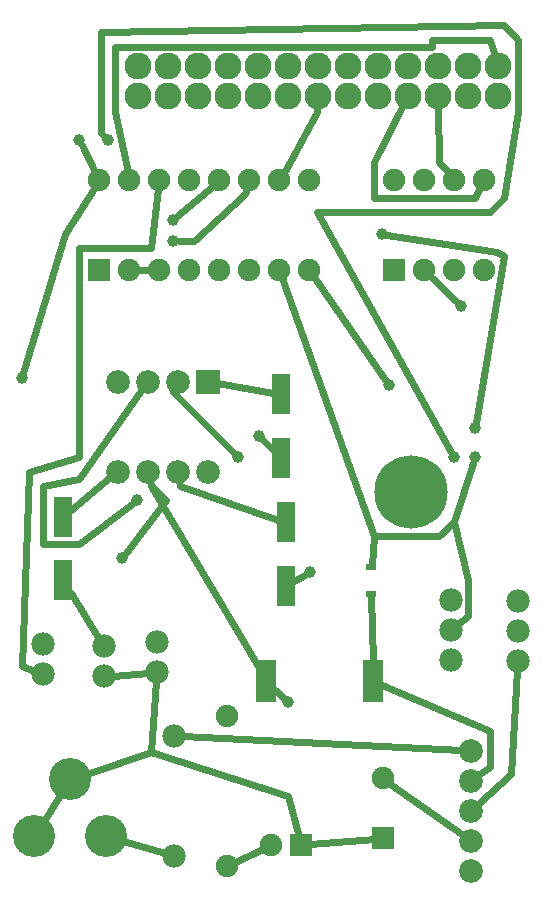
<source format=gtl>
G04 MADE WITH FRITZING*
G04 WWW.FRITZING.ORG*
G04 DOUBLE SIDED*
G04 HOLES PLATED*
G04 CONTOUR ON CENTER OF CONTOUR VECTOR*
%ASAXBY*%
%FSLAX23Y23*%
%MOIN*%
%OFA0B0*%
%SFA1.0B1.0*%
%ADD10C,0.079370*%
%ADD11C,0.039370*%
%ADD12C,0.244094*%
%ADD13C,0.140000*%
%ADD14C,0.075000*%
%ADD15C,0.078000*%
%ADD16C,0.089639*%
%ADD17C,0.089583*%
%ADD18R,0.062992X0.137795*%
%ADD19R,0.070866X0.141732*%
%ADD20R,0.079370X0.079370*%
%ADD21R,0.032677X0.024803*%
%ADD22R,0.075000X0.075000*%
%ADD23C,0.024000*%
%LNCOPPER1*%
G90*
G70*
G54D10*
X680Y1705D03*
X680Y1405D03*
X580Y1705D03*
X580Y1405D03*
X480Y1705D03*
X480Y1405D03*
X380Y1705D03*
X380Y1405D03*
G54D11*
X852Y1525D03*
X1524Y1957D03*
X444Y1309D03*
X780Y1453D03*
X1020Y1069D03*
X1284Y1693D03*
X564Y2173D03*
X1500Y1453D03*
X348Y2509D03*
X1260Y2197D03*
X1572Y1549D03*
X948Y637D03*
X60Y1717D03*
X396Y1117D03*
X252Y2509D03*
X564Y2245D03*
X1572Y1453D03*
G54D12*
X1358Y1336D03*
G54D10*
X1557Y475D03*
X1557Y375D03*
X1557Y275D03*
X1557Y175D03*
X1557Y75D03*
G54D13*
X341Y189D03*
X101Y189D03*
X221Y379D03*
X341Y189D03*
X101Y189D03*
X221Y379D03*
G54D14*
X992Y159D03*
X892Y159D03*
X1266Y182D03*
X1266Y382D03*
G54D15*
X567Y524D03*
X567Y124D03*
X567Y524D03*
X567Y124D03*
G54D14*
X319Y2076D03*
X319Y2376D03*
X419Y2076D03*
X419Y2376D03*
X519Y2076D03*
X519Y2376D03*
X619Y2076D03*
X619Y2376D03*
X719Y2076D03*
X719Y2376D03*
X819Y2076D03*
X819Y2376D03*
X919Y2076D03*
X919Y2376D03*
X1019Y2076D03*
X1019Y2376D03*
X744Y91D03*
X744Y591D03*
G54D15*
X130Y830D03*
X130Y730D03*
X333Y822D03*
X333Y722D03*
X510Y837D03*
X510Y737D03*
X1490Y977D03*
X1490Y877D03*
X1490Y777D03*
X1713Y773D03*
X1713Y873D03*
X1713Y973D03*
G54D16*
X448Y2757D03*
G54D17*
X548Y2757D03*
X648Y2757D03*
X748Y2757D03*
X848Y2757D03*
X948Y2757D03*
X1048Y2757D03*
X1148Y2757D03*
X1248Y2757D03*
X1348Y2757D03*
X1448Y2757D03*
X1548Y2757D03*
X1648Y2757D03*
X448Y2657D03*
X547Y2657D03*
X648Y2657D03*
X748Y2657D03*
X848Y2657D03*
X948Y2657D03*
X1048Y2657D03*
X1148Y2657D03*
X1248Y2657D03*
X1348Y2657D03*
X1448Y2657D03*
X1548Y2657D03*
X1648Y2657D03*
G54D14*
X1301Y2078D03*
X1301Y2378D03*
X1401Y2078D03*
X1401Y2378D03*
X1501Y2078D03*
X1501Y2378D03*
X1601Y2078D03*
X1601Y2378D03*
G54D18*
X923Y1662D03*
X923Y1450D03*
X942Y1236D03*
X942Y1024D03*
X197Y1255D03*
X197Y1042D03*
G54D19*
X876Y707D03*
X1231Y707D03*
G54D20*
X680Y1705D03*
G54D21*
X1226Y1088D03*
X1226Y997D03*
G54D22*
X992Y159D03*
X1266Y182D03*
X319Y2076D03*
X1301Y2078D03*
G54D23*
X188Y327D02*
X133Y240D01*
D02*
X223Y1276D02*
X356Y1386D01*
D02*
X897Y1667D02*
X710Y1700D01*
D02*
X865Y1511D02*
X897Y1477D01*
D02*
X317Y848D02*
X223Y1000D01*
D02*
X866Y147D02*
X770Y103D01*
D02*
X399Y172D02*
X538Y132D01*
D02*
X916Y1245D02*
X588Y1357D01*
D02*
X1526Y477D02*
X598Y522D01*
D02*
X1452Y2437D02*
X1483Y2400D01*
D02*
X1448Y2622D02*
X1452Y2437D01*
D02*
X588Y1357D02*
X585Y1375D01*
D02*
X1226Y991D02*
X1230Y773D01*
D02*
X1044Y2605D02*
X1045Y2622D01*
D02*
X933Y2401D02*
X1044Y2605D01*
D02*
X1620Y541D02*
X1261Y695D01*
D02*
X1620Y421D02*
X1620Y541D01*
D02*
X1582Y393D02*
X1620Y421D01*
D02*
X1236Y2317D02*
X1236Y2437D01*
D02*
X1572Y2317D02*
X1236Y2317D01*
D02*
X1589Y2352D02*
X1572Y2317D01*
D02*
X462Y1680D02*
X252Y1381D01*
D02*
X1510Y1970D02*
X1422Y2058D01*
D02*
X1236Y2437D02*
X1332Y2626D01*
D02*
X252Y1165D02*
X429Y1297D01*
D02*
X132Y1165D02*
X252Y1165D01*
D02*
X132Y1357D02*
X132Y1165D01*
D02*
X252Y1381D02*
X132Y1357D01*
D02*
X564Y1669D02*
X568Y1677D01*
D02*
X767Y1466D02*
X564Y1669D01*
D02*
X968Y1039D02*
X1004Y1059D01*
D02*
X60Y757D02*
X84Y1405D01*
D02*
X102Y740D02*
X60Y757D01*
D02*
X1273Y1708D02*
X1035Y2053D01*
D02*
X492Y2149D02*
X515Y2348D01*
D02*
X252Y2149D02*
X492Y2149D01*
D02*
X252Y1453D02*
X252Y2149D01*
D02*
X84Y1405D02*
X252Y1453D01*
D02*
X804Y2329D02*
X810Y2349D01*
D02*
X636Y2173D02*
X804Y2329D01*
D02*
X583Y2173D02*
X636Y2173D01*
D02*
X413Y2404D02*
X372Y2605D01*
D02*
X1491Y1469D02*
X1044Y2269D01*
D02*
X1620Y2845D02*
X1637Y2791D01*
D02*
X1428Y2845D02*
X1620Y2845D01*
D02*
X1428Y2821D02*
X1428Y2845D01*
D02*
X372Y2821D02*
X1428Y2821D01*
D02*
X372Y2605D02*
X372Y2821D01*
D02*
X1668Y2317D02*
X1716Y2605D01*
D02*
X1620Y2269D02*
X1668Y2317D01*
D02*
X1044Y2269D02*
X1620Y2269D01*
D02*
X324Y2533D02*
X335Y2522D01*
D02*
X324Y2869D02*
X324Y2533D01*
D02*
X1668Y2893D02*
X324Y2869D01*
D02*
X1716Y2845D02*
X1668Y2893D01*
D02*
X1716Y2605D02*
X1716Y2845D01*
D02*
X1668Y2125D02*
X1575Y1567D01*
D02*
X1644Y2137D02*
X1668Y2125D01*
D02*
X1279Y2194D02*
X1644Y2137D01*
D02*
X1531Y193D02*
X1289Y365D01*
D02*
X906Y678D02*
X934Y650D01*
D02*
X492Y1357D02*
X847Y758D01*
D02*
X487Y1376D02*
X492Y1357D01*
D02*
X204Y2197D02*
X65Y1735D01*
D02*
X303Y2352D02*
X204Y2197D01*
D02*
X407Y1132D02*
X540Y1309D01*
X540Y1309D02*
X492Y1357D01*
D02*
X261Y2492D02*
X306Y2402D01*
D02*
X490Y2076D02*
X447Y2076D01*
D02*
X697Y2358D02*
X578Y2257D01*
D02*
X1566Y1435D02*
X1500Y1237D01*
D02*
X1236Y1189D02*
X928Y2049D01*
D02*
X1452Y1189D02*
X1236Y1189D01*
D02*
X1500Y1237D02*
X1452Y1189D01*
D02*
X1513Y896D02*
X1548Y925D01*
D02*
X1548Y1045D02*
X1500Y1237D01*
D02*
X1548Y925D02*
X1548Y1045D01*
D02*
X1227Y1095D02*
X1236Y1189D01*
D02*
X1692Y397D02*
X1711Y742D01*
D02*
X1580Y296D02*
X1692Y397D01*
D02*
X1020Y162D02*
X1237Y180D01*
D02*
X492Y469D02*
X948Y325D01*
D02*
X508Y707D02*
X492Y469D01*
D02*
X948Y325D02*
X984Y187D01*
D02*
X363Y725D02*
X480Y734D01*
D02*
X279Y398D02*
X492Y469D01*
G04 End of Copper1*
M02*
</source>
